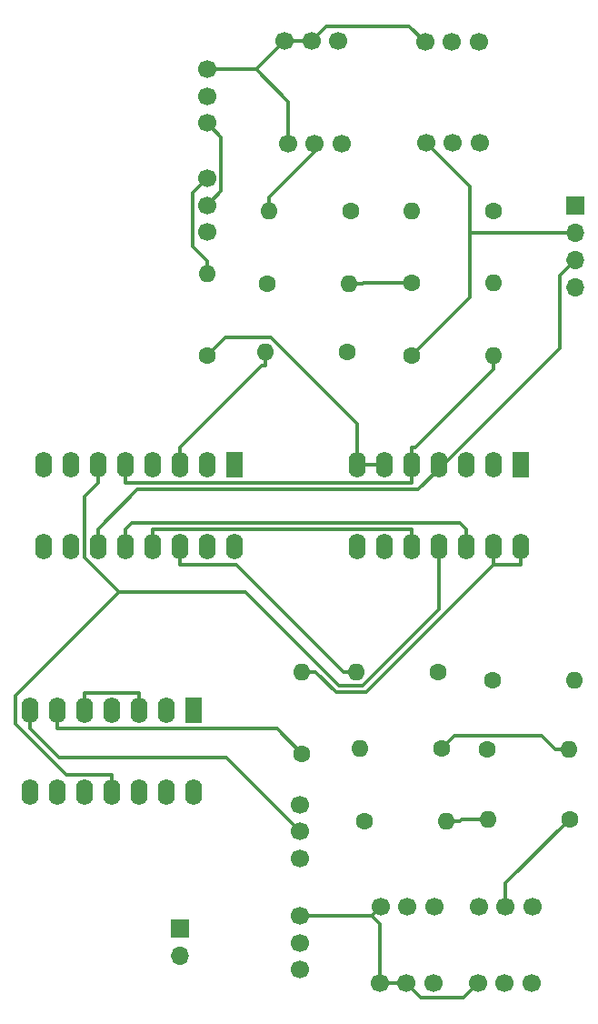
<source format=gbl>
%TF.GenerationSoftware,KiCad,Pcbnew,(5.1.12)-1*%
%TF.CreationDate,2021-11-26T16:38:57-08:00*%
%TF.ProjectId,VCA_2.0,5643415f-322e-4302-9e6b-696361645f70,rev?*%
%TF.SameCoordinates,Original*%
%TF.FileFunction,Copper,L2,Bot*%
%TF.FilePolarity,Positive*%
%FSLAX46Y46*%
G04 Gerber Fmt 4.6, Leading zero omitted, Abs format (unit mm)*
G04 Created by KiCad (PCBNEW (5.1.12)-1) date 2021-11-26 16:38:57*
%MOMM*%
%LPD*%
G01*
G04 APERTURE LIST*
%TA.AperFunction,ComponentPad*%
%ADD10C,1.700000*%
%TD*%
%TA.AperFunction,ComponentPad*%
%ADD11R,1.700000X1.700000*%
%TD*%
%TA.AperFunction,ComponentPad*%
%ADD12O,1.700000X1.700000*%
%TD*%
%TA.AperFunction,ComponentPad*%
%ADD13C,1.600000*%
%TD*%
%TA.AperFunction,ComponentPad*%
%ADD14O,1.600000X1.600000*%
%TD*%
%TA.AperFunction,ComponentPad*%
%ADD15R,1.600000X2.400000*%
%TD*%
%TA.AperFunction,ComponentPad*%
%ADD16O,1.600000X2.400000*%
%TD*%
%TA.AperFunction,Conductor*%
%ADD17C,0.304800*%
%TD*%
G04 APERTURE END LIST*
D10*
%TO.P,J2,S*%
%TO.N,GND*%
X139700000Y-49530000D03*
%TO.P,J2,T*%
X142200000Y-49530000D03*
%TO.P,J2,TN*%
%TO.N,Net-(J2-PadTN)*%
X144700000Y-49530000D03*
%TD*%
%TO.P,J3,TN*%
%TO.N,Net-(J3-PadTN)*%
X131627000Y-49376000D03*
%TO.P,J3,T*%
%TO.N,GND*%
X129127000Y-49376000D03*
%TO.P,J3,S*%
X126627000Y-49376000D03*
%TD*%
%TO.P,J4,TN*%
%TO.N,Net-(J4-PadTN)*%
X149606000Y-137166000D03*
%TO.P,J4,T*%
%TO.N,GND*%
X147106000Y-137166000D03*
%TO.P,J4,S*%
X144606000Y-137166000D03*
%TD*%
%TO.P,J5,S*%
%TO.N,GND*%
X135462000Y-137166000D03*
%TO.P,J5,T*%
X137962000Y-137166000D03*
%TO.P,J5,TN*%
%TO.N,Net-(J5-PadTN)*%
X140462000Y-137166000D03*
%TD*%
%TO.P,J10,TN*%
%TO.N,Net-(J10-PadTN)*%
X119380000Y-57070000D03*
%TO.P,J10,T*%
%TO.N,GND*%
X119380000Y-54570000D03*
%TO.P,J10,S*%
X119380000Y-52070000D03*
%TD*%
%TO.P,J11,S*%
%TO.N,GND*%
X128040000Y-130890000D03*
%TO.P,J11,T*%
X128040000Y-133390000D03*
%TO.P,J11,TN*%
%TO.N,Net-(J11-PadTN)*%
X128040000Y-135890000D03*
%TD*%
D11*
%TO.P,J14,1*%
%TO.N,-12V*%
X153670000Y-64770000D03*
D12*
%TO.P,J14,2*%
%TO.N,GND*%
X153670000Y-67310000D03*
%TO.P,J14,3*%
%TO.N,+12V*%
X153670000Y-69850000D03*
%TO.P,J14,4*%
%TO.N,+5V*%
X153670000Y-72390000D03*
%TD*%
D13*
%TO.P,R3,1*%
%TO.N,Net-(R3-Pad1)*%
X146050000Y-65226000D03*
D14*
%TO.P,R3,2*%
%TO.N,Net-(R3-Pad2)*%
X138430000Y-65226000D03*
%TD*%
%TO.P,R4,2*%
%TO.N,Net-(R4-Pad2)*%
X125154000Y-65226000D03*
D13*
%TO.P,R4,1*%
%TO.N,Net-(R3-Pad1)*%
X132774000Y-65226000D03*
%TD*%
%TO.P,R5,1*%
%TO.N,Net-(R5-Pad1)*%
X138430000Y-71965000D03*
D14*
%TO.P,R5,2*%
%TO.N,Net-(R3-Pad1)*%
X146050000Y-71965000D03*
%TD*%
D13*
%TO.P,R6,1*%
%TO.N,Net-(IC1-Pad3)*%
X125020000Y-72050000D03*
D14*
%TO.P,R6,2*%
%TO.N,Net-(R5-Pad1)*%
X132640000Y-72050000D03*
%TD*%
D13*
%TO.P,R7,1*%
%TO.N,GND*%
X132460000Y-78350000D03*
D14*
%TO.P,R7,2*%
%TO.N,Net-(IC1-Pad3)*%
X124840000Y-78350000D03*
%TD*%
%TO.P,R8,2*%
%TO.N,Net-(IC1-Pad5)*%
X146050000Y-78740000D03*
D13*
%TO.P,R8,1*%
%TO.N,GND*%
X138430000Y-78740000D03*
%TD*%
%TO.P,R9,1*%
%TO.N,Net-(R9-Pad1)*%
X119380000Y-78740000D03*
D14*
%TO.P,R9,2*%
%TO.N,Net-(R9-Pad2)*%
X119380000Y-71120000D03*
%TD*%
%TO.P,R10,2*%
%TO.N,Net-(R10-Pad2)*%
X145550000Y-121850000D03*
D13*
%TO.P,R10,1*%
%TO.N,Net-(R10-Pad1)*%
X153170000Y-121850000D03*
%TD*%
%TO.P,R11,1*%
%TO.N,Net-(R11-Pad1)*%
X134050000Y-122050000D03*
D14*
%TO.P,R11,2*%
%TO.N,Net-(R10-Pad2)*%
X141670000Y-122050000D03*
%TD*%
D13*
%TO.P,R12,1*%
%TO.N,Net-(R10-Pad2)*%
X145500000Y-115350000D03*
D14*
%TO.P,R12,2*%
%TO.N,Net-(R12-Pad2)*%
X153120000Y-115350000D03*
%TD*%
%TO.P,R13,2*%
%TO.N,Net-(IC1-Pad14)*%
X133610000Y-115260000D03*
D13*
%TO.P,R13,1*%
%TO.N,Net-(R12-Pad2)*%
X141230000Y-115260000D03*
%TD*%
%TO.P,R14,1*%
%TO.N,GND*%
X140940000Y-108170000D03*
D14*
%TO.P,R14,2*%
%TO.N,Net-(IC1-Pad14)*%
X133320000Y-108170000D03*
%TD*%
%TO.P,R15,2*%
%TO.N,Net-(IC1-Pad12)*%
X153610000Y-108950000D03*
D13*
%TO.P,R15,1*%
%TO.N,GND*%
X145990000Y-108950000D03*
%TD*%
D14*
%TO.P,R16,2*%
%TO.N,Net-(R16-Pad2)*%
X128230000Y-108130000D03*
D13*
%TO.P,R16,1*%
%TO.N,Net-(R16-Pad1)*%
X128230000Y-115750000D03*
%TD*%
D10*
%TO.P,RV1,1*%
%TO.N,Net-(J2-PadTN)*%
X144780000Y-58876000D03*
%TO.P,RV1,2*%
%TO.N,Net-(R3-Pad2)*%
X142280000Y-58876000D03*
%TO.P,RV1,3*%
%TO.N,GND*%
X139780000Y-58876000D03*
%TD*%
%TO.P,RV2,3*%
%TO.N,GND*%
X126910000Y-58978000D03*
%TO.P,RV2,2*%
%TO.N,Net-(R4-Pad2)*%
X129410000Y-58978000D03*
%TO.P,RV2,1*%
%TO.N,Net-(J3-PadTN)*%
X131910000Y-58978000D03*
%TD*%
%TO.P,RV3,1*%
%TO.N,Net-(R9-Pad2)*%
X119380000Y-62210000D03*
%TO.P,RV3,2*%
%TO.N,Net-(J10-PadTN)*%
X119380000Y-64710000D03*
%TO.P,RV3,3*%
X119380000Y-67210000D03*
%TD*%
%TO.P,RV4,1*%
%TO.N,Net-(J4-PadTN)*%
X149686000Y-130054000D03*
%TO.P,RV4,2*%
%TO.N,Net-(R10-Pad1)*%
X147186000Y-130054000D03*
%TO.P,RV4,3*%
%TO.N,GND*%
X144686000Y-130054000D03*
%TD*%
%TO.P,RV5,1*%
%TO.N,Net-(J5-PadTN)*%
X140542000Y-130054000D03*
%TO.P,RV5,2*%
%TO.N,Net-(R11-Pad1)*%
X138042000Y-130054000D03*
%TO.P,RV5,3*%
%TO.N,GND*%
X135542000Y-130054000D03*
%TD*%
%TO.P,RV6,3*%
%TO.N,Net-(J11-PadTN)*%
X128040000Y-125500000D03*
%TO.P,RV6,2*%
X128040000Y-123000000D03*
%TO.P,RV6,1*%
%TO.N,Net-(R16-Pad1)*%
X128040000Y-120500000D03*
%TD*%
D15*
%TO.P,U1,1*%
%TO.N,Net-(R5-Pad1)*%
X148590000Y-88900000D03*
D16*
%TO.P,U1,8*%
%TO.N,Net-(R12-Pad2)*%
X133350000Y-96520000D03*
%TO.P,U1,2*%
%TO.N,Net-(R3-Pad1)*%
X146050000Y-88900000D03*
%TO.P,U1,9*%
%TO.N,Net-(R10-Pad2)*%
X135890000Y-96520000D03*
%TO.P,U1,3*%
%TO.N,GND*%
X143510000Y-88900000D03*
%TO.P,U1,10*%
X138430000Y-96520000D03*
%TO.P,U1,4*%
%TO.N,+12V*%
X140970000Y-88900000D03*
%TO.P,U1,11*%
%TO.N,-12V*%
X140970000Y-96520000D03*
%TO.P,U1,5*%
%TO.N,Net-(IC1-Pad5)*%
X138430000Y-88900000D03*
%TO.P,U1,12*%
%TO.N,Net-(IC1-Pad12)*%
X143510000Y-96520000D03*
%TO.P,U1,6*%
%TO.N,Net-(R9-Pad1)*%
X135890000Y-88900000D03*
%TO.P,U1,13*%
%TO.N,Net-(R16-Pad2)*%
X146050000Y-96520000D03*
%TO.P,U1,7*%
%TO.N,Net-(R9-Pad1)*%
X133350000Y-88900000D03*
%TO.P,U1,14*%
%TO.N,Net-(R16-Pad2)*%
X148590000Y-96520000D03*
%TD*%
%TO.P,U2,14*%
%TO.N,N/C*%
X118110000Y-119380000D03*
%TO.P,U2,7*%
%TO.N,Net-(J11-PadTN)*%
X102870000Y-111760000D03*
%TO.P,U2,13*%
%TO.N,N/C*%
X115570000Y-119380000D03*
%TO.P,U2,6*%
%TO.N,Net-(R16-Pad1)*%
X105410000Y-111760000D03*
%TO.P,U2,12*%
%TO.N,N/C*%
X113030000Y-119380000D03*
%TO.P,U2,5*%
%TO.N,GND*%
X107950000Y-111760000D03*
%TO.P,U2,11*%
%TO.N,-12V*%
X110490000Y-119380000D03*
%TO.P,U2,4*%
%TO.N,+12V*%
X110490000Y-111760000D03*
%TO.P,U2,10*%
%TO.N,N/C*%
X107950000Y-119380000D03*
%TO.P,U2,3*%
%TO.N,GND*%
X113030000Y-111760000D03*
%TO.P,U2,9*%
%TO.N,N/C*%
X105410000Y-119380000D03*
%TO.P,U2,2*%
%TO.N,Net-(R9-Pad2)*%
X115570000Y-111760000D03*
%TO.P,U2,8*%
%TO.N,N/C*%
X102870000Y-119380000D03*
D15*
%TO.P,U2,1*%
%TO.N,Net-(J10-PadTN)*%
X118110000Y-111760000D03*
%TD*%
D11*
%TO.P,J1,1*%
%TO.N,Net-(IC1-Pad1)*%
X116840000Y-132080000D03*
D12*
%TO.P,J1,2*%
%TO.N,Net-(IC1-Pad16)*%
X116840000Y-134620000D03*
%TD*%
D15*
%TO.P,IC1,1*%
%TO.N,Net-(IC1-Pad1)*%
X121920000Y-88900000D03*
D16*
%TO.P,IC1,9*%
%TO.N,Net-(IC1-Pad9)*%
X104140000Y-96520000D03*
%TO.P,IC1,2*%
%TO.N,Net-(IC1-Pad2)*%
X119380000Y-88900000D03*
%TO.P,IC1,10*%
%TO.N,Net-(IC1-Pad10)*%
X106680000Y-96520000D03*
%TO.P,IC1,3*%
%TO.N,Net-(IC1-Pad3)*%
X116840000Y-88900000D03*
%TO.P,IC1,11*%
%TO.N,+12V*%
X109220000Y-96520000D03*
%TO.P,IC1,4*%
%TO.N,GND*%
X114300000Y-88900000D03*
%TO.P,IC1,12*%
%TO.N,Net-(IC1-Pad12)*%
X111760000Y-96520000D03*
%TO.P,IC1,5*%
%TO.N,Net-(IC1-Pad5)*%
X111760000Y-88900000D03*
%TO.P,IC1,13*%
%TO.N,GND*%
X114300000Y-96520000D03*
%TO.P,IC1,6*%
%TO.N,-12V*%
X109220000Y-88900000D03*
%TO.P,IC1,14*%
%TO.N,Net-(IC1-Pad14)*%
X116840000Y-96520000D03*
%TO.P,IC1,7*%
%TO.N,Net-(IC1-Pad7)*%
X106680000Y-88900000D03*
%TO.P,IC1,15*%
%TO.N,Net-(IC1-Pad15)*%
X119380000Y-96520000D03*
%TO.P,IC1,8*%
%TO.N,Net-(IC1-Pad8)*%
X104140000Y-88900000D03*
%TO.P,IC1,16*%
%TO.N,Net-(IC1-Pad16)*%
X121920000Y-96520000D03*
%TD*%
D17*
%TO.N,Net-(IC1-Pad14)*%
X133320000Y-108170000D02*
X132062500Y-108170000D01*
X116840000Y-96520000D02*
X116840000Y-98177500D01*
X116840000Y-98177500D02*
X122070000Y-98177500D01*
X122070000Y-98177500D02*
X132062500Y-108170000D01*
%TO.N,GND*%
X129127000Y-49376000D02*
X126627000Y-49376000D01*
X139700000Y-49530000D02*
X138202400Y-48032400D01*
X138202400Y-48032400D02*
X130470600Y-48032400D01*
X130470600Y-48032400D02*
X129127000Y-49376000D01*
X135462000Y-137166000D02*
X135462000Y-131646000D01*
X135462000Y-131646000D02*
X134706000Y-130890000D01*
X134706000Y-130890000D02*
X128040000Y-130890000D01*
X135542000Y-130054000D02*
X134706000Y-130890000D01*
X137962000Y-137166000D02*
X135462000Y-137166000D01*
X143858500Y-67310000D02*
X143858500Y-62954500D01*
X143858500Y-62954500D02*
X139780000Y-58876000D01*
X138430000Y-78740000D02*
X143858500Y-73311500D01*
X143858500Y-73311500D02*
X143858500Y-67310000D01*
X143858500Y-67310000D02*
X152362500Y-67310000D01*
X153670000Y-67310000D02*
X152362500Y-67310000D01*
X123933000Y-52070000D02*
X126627000Y-49376000D01*
X119380000Y-52070000D02*
X123933000Y-52070000D01*
X126910000Y-58978000D02*
X126910000Y-55047000D01*
X126910000Y-55047000D02*
X123933000Y-52070000D01*
X144606000Y-137166000D02*
X143260000Y-138512000D01*
X143260000Y-138512000D02*
X139308000Y-138512000D01*
X139308000Y-138512000D02*
X137962000Y-137166000D01*
X138430000Y-96520000D02*
X138430000Y-94862500D01*
X114300000Y-96520000D02*
X114300000Y-94862500D01*
X114300000Y-94862500D02*
X138430000Y-94862500D01*
X107950000Y-111760000D02*
X107950000Y-110102500D01*
X113030000Y-111760000D02*
X113030000Y-110102500D01*
X113030000Y-110102500D02*
X107950000Y-110102500D01*
%TO.N,Net-(IC1-Pad12)*%
X143510000Y-94862500D02*
X142900100Y-94252600D01*
X142900100Y-94252600D02*
X112369900Y-94252600D01*
X112369900Y-94252600D02*
X111760000Y-94862500D01*
X143510000Y-96520000D02*
X143510000Y-94862500D01*
X111760000Y-96520000D02*
X111760000Y-94862500D01*
%TO.N,+12V*%
X109220000Y-96520000D02*
X109220000Y-94862500D01*
X109220000Y-94862500D02*
X112891100Y-91191400D01*
X112891100Y-91191400D02*
X139040000Y-91191400D01*
X139040000Y-91191400D02*
X140970000Y-89261400D01*
X140970000Y-89261400D02*
X152240400Y-77991000D01*
X152240400Y-77991000D02*
X152240400Y-71279600D01*
X152240400Y-71279600D02*
X153670000Y-69850000D01*
X140970000Y-88900000D02*
X140970000Y-89261400D01*
%TO.N,-12V*%
X110490000Y-119380000D02*
X110490000Y-117722500D01*
X111180200Y-100728700D02*
X101579300Y-110329600D01*
X101579300Y-110329600D02*
X101579300Y-112989500D01*
X101579300Y-112989500D02*
X106312300Y-117722500D01*
X106312300Y-117722500D02*
X110490000Y-117722500D01*
X111180200Y-100728700D02*
X122948800Y-100728700D01*
X122948800Y-100728700D02*
X131653900Y-109433800D01*
X131653900Y-109433800D02*
X133859900Y-109433800D01*
X133859900Y-109433800D02*
X140970000Y-102323700D01*
X140970000Y-102323700D02*
X140970000Y-96520000D01*
X109220000Y-90557500D02*
X107950000Y-91827500D01*
X107950000Y-91827500D02*
X107950000Y-97498500D01*
X107950000Y-97498500D02*
X111180200Y-100728700D01*
X109220000Y-88900000D02*
X109220000Y-90557500D01*
%TO.N,Net-(IC1-Pad5)*%
X138430000Y-88900000D02*
X138430000Y-90557500D01*
X111760000Y-88900000D02*
X111760000Y-90557500D01*
X111760000Y-90557500D02*
X138430000Y-90557500D01*
X138430000Y-88900000D02*
X138430000Y-87242500D01*
X146050000Y-78740000D02*
X146050000Y-79997500D01*
X138430000Y-87242500D02*
X138805000Y-87242500D01*
X138805000Y-87242500D02*
X146050000Y-79997500D01*
%TO.N,Net-(IC1-Pad3)*%
X124840000Y-78350000D02*
X124840000Y-79607500D01*
X116840000Y-88900000D02*
X116840000Y-87242500D01*
X116840000Y-87242500D02*
X124475000Y-79607500D01*
X124475000Y-79607500D02*
X124840000Y-79607500D01*
%TO.N,Net-(J10-PadTN)*%
X119380000Y-64710000D02*
X120705800Y-63384200D01*
X120705800Y-63384200D02*
X120705800Y-58395800D01*
X120705800Y-58395800D02*
X119380000Y-57070000D01*
%TO.N,Net-(J11-PadTN)*%
X128040000Y-123000000D02*
X121193900Y-116153900D01*
X121193900Y-116153900D02*
X105606400Y-116153900D01*
X105606400Y-116153900D02*
X102870000Y-113417500D01*
X102870000Y-111760000D02*
X102870000Y-113417500D01*
%TO.N,Net-(R4-Pad2)*%
X125154000Y-65226000D02*
X125154000Y-63968500D01*
X129410000Y-58978000D02*
X129410000Y-59712500D01*
X129410000Y-59712500D02*
X125154000Y-63968500D01*
%TO.N,Net-(R5-Pad1)*%
X132640000Y-72050000D02*
X133897500Y-72050000D01*
X133897500Y-72050000D02*
X133982500Y-71965000D01*
X133982500Y-71965000D02*
X138430000Y-71965000D01*
%TO.N,Net-(R9-Pad1)*%
X133350000Y-88900000D02*
X133350000Y-85032900D01*
X133350000Y-85032900D02*
X125358300Y-77041200D01*
X125358300Y-77041200D02*
X121078800Y-77041200D01*
X121078800Y-77041200D02*
X119380000Y-78740000D01*
X133350000Y-88900000D02*
X135890000Y-88900000D01*
%TO.N,Net-(R9-Pad2)*%
X119380000Y-71120000D02*
X119380000Y-69862500D01*
X119380000Y-69862500D02*
X118068800Y-68551300D01*
X118068800Y-68551300D02*
X118068800Y-63521200D01*
X118068800Y-63521200D02*
X119380000Y-62210000D01*
%TO.N,Net-(R10-Pad2)*%
X141670000Y-122050000D02*
X142927500Y-122050000D01*
X145550000Y-121850000D02*
X143127500Y-121850000D01*
X143127500Y-121850000D02*
X142927500Y-122050000D01*
%TO.N,Net-(R10-Pad1)*%
X147186000Y-130054000D02*
X147186000Y-127834000D01*
X147186000Y-127834000D02*
X153170000Y-121850000D01*
%TO.N,Net-(R12-Pad2)*%
X153120000Y-115350000D02*
X151862500Y-115350000D01*
X141230000Y-115260000D02*
X142405100Y-114084900D01*
X142405100Y-114084900D02*
X150597400Y-114084900D01*
X150597400Y-114084900D02*
X151862500Y-115350000D01*
%TO.N,Net-(R16-Pad2)*%
X129487500Y-108130000D02*
X131401200Y-110043700D01*
X131401200Y-110043700D02*
X134183800Y-110043700D01*
X134183800Y-110043700D02*
X146050000Y-98177500D01*
X128230000Y-108130000D02*
X129487500Y-108130000D01*
X146050000Y-98025000D02*
X146050000Y-98177500D01*
X146050000Y-96520000D02*
X146050000Y-98025000D01*
X148590000Y-96520000D02*
X148590000Y-98177500D01*
X148590000Y-98177500D02*
X146050000Y-98177500D01*
%TO.N,Net-(R16-Pad1)*%
X105410000Y-111760000D02*
X105410000Y-113417500D01*
X105410000Y-113417500D02*
X125897500Y-113417500D01*
X125897500Y-113417500D02*
X128230000Y-115750000D01*
%TD*%
M02*

</source>
